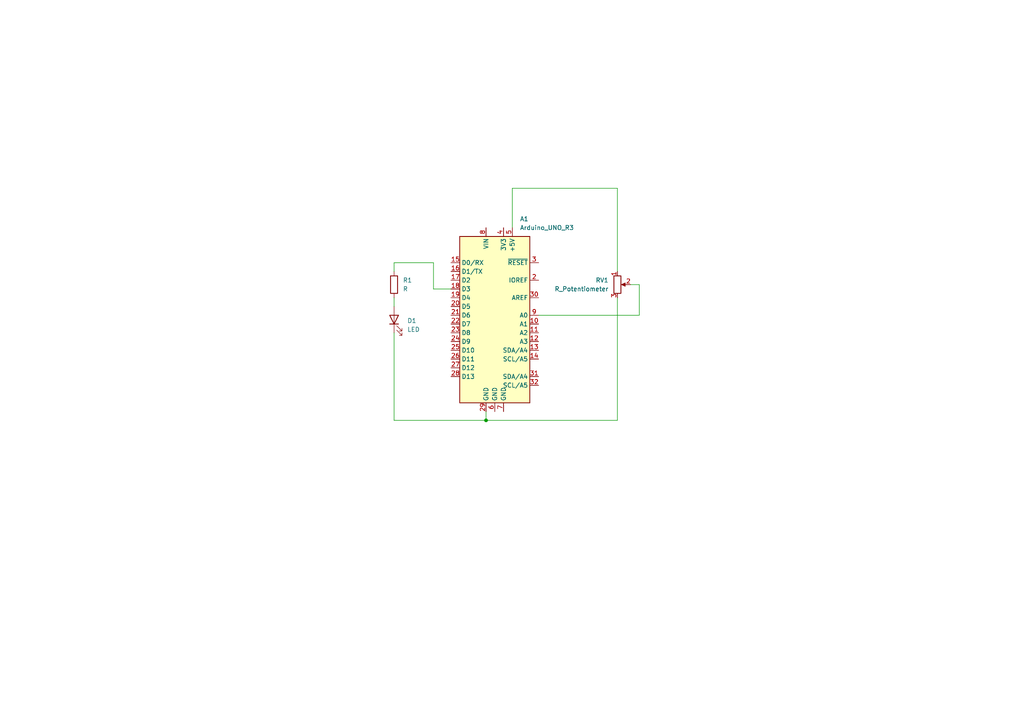
<source format=kicad_sch>
(kicad_sch (version 20231120) (generator "eeschema") (generator_version "8.0")
  (paper "A4")
  (lib_symbols
    (symbol "Device:LED" (pin_numbers hide) (pin_names (offset 1.016) hide)
      (property "Reference" "D" (at 0 2.54 0))
      (property "Value" "LED" (at 0 -2.54 0))
      (symbol "LED_0_1"
        (polyline (pts (xy -1.27 -1.27) (xy -1.27 1.27)) (stroke (width 0.254)))
        (polyline (pts (xy -1.27 0) (xy 1.27 0)))
        (polyline (pts (xy 1.27 -1.27) (xy 1.27 1.27) (xy -1.27 0) (xy 1.27 -1.27)) (stroke (width 0.254)))
        (polyline (pts (xy -3.048 -0.762) (xy -4.572 -2.286) (xy -3.81 -2.286) (xy -4.572 -2.286) (xy -4.572 -1.524)))
        (polyline (pts (xy -1.778 -0.762) (xy -3.302 -2.286) (xy -2.54 -2.286) (xy -3.302 -2.286) (xy -3.302 -1.524)))
      )
      (symbol "LED_1_1"
        (pin passive line (at -3.81 0 0) (length 2.54) (name "K") (number "1"))
        (pin passive line (at 3.81 0 180) (length 2.54) (name "A") (number "2"))
      )
    )
    (symbol "Device:R" (pin_numbers hide) (pin_names (offset 0))
      (property "Reference" "R" (at 2.032 0 90))
      (property "Value" "R" (at 0 0 90))
      (symbol "R_0_1"
        (rectangle (start -1.016 -2.54) (end 1.016 2.54) (stroke (width 0.254)))
      )
      (symbol "R_1_1"
        (pin passive line (at 0 3.81 270) (length 1.27) (name "~") (number "1"))
        (pin passive line (at 0 -3.81 90) (length 1.27) (name "~") (number "2"))
      )
    )
    (symbol "Device:R_Potentiometer" (pin_names (offset 1.016) hide)
      (property "Reference" "RV" (at -4.445 0 90))
      (property "Value" "R_Potentiometer" (at -2.54 0 90))
      (symbol "R_Potentiometer_0_1"
        (polyline (pts (xy 2.54 0) (xy 1.524 0)))
        (polyline (pts (xy 1.143 0) (xy 2.286 0.508) (xy 2.286 -0.508) (xy 1.143 0)) (fill (type outline)))
        (rectangle (start 1.016 2.54) (end -1.016 -2.54) (stroke (width 0.254)))
      )
      (symbol "R_Potentiometer_1_1"
        (pin passive line (at 0 3.81 270) (length 1.27) (name "1") (number "1"))
        (pin passive line (at 3.81 0 180) (length 1.27) (name "2") (number "2"))
        (pin passive line (at 0 -3.81 90) (length 1.27) (name "3") (number "3"))
      )
    )
    (symbol "MCU_Module:Arduino_UNO_R3"
      (property "Reference" "A" (at -10.16 23.495 0))
      (property "Value" "Arduino_UNO_R3" (at 5.08 -26.67 0))
      (symbol "Arduino_UNO_R3_0_1"
        (rectangle (start -10.16 22.86) (end 10.16 -25.4) (stroke (width 0.254)) (fill (type background)))
      )
      (symbol "Arduino_UNO_R3_1_1"
        (pin no_connect line (at -10.16 -20.32 0) (length 2.54) hide (name "NC") (number "1"))
        (pin bidirectional line (at 12.7 -2.54 180) (length 2.54) (name "A1") (number "10"))
        (pin bidirectional line (at 12.7 -5.08 180) (length 2.54) (name "A2") (number "11"))
        (pin bidirectional line (at 12.7 -7.62 180) (length 2.54) (name "A3") (number "12"))
        (pin bidirectional line (at 12.7 -10.16 180) (length 2.54) (name "SDA/A4") (number "13"))
        (pin bidirectional line (at 12.7 -12.7 180) (length 2.54) (name "SCL/A5") (number "14"))
        (pin bidirectional line (at -12.7 15.24 0) (length 2.54) (name "D0/RX") (number "15"))
        (pin bidirectional line (at -12.7 12.7 0) (length 2.54) (name "D1/TX") (number "16"))
        (pin bidirectional line (at -12.7 10.16 0) (length 2.54) (name "D2") (number "17"))
        (pin bidirectional line (at -12.7 7.62 0) (length 2.54) (name "D3") (number "18"))
        (pin bidirectional line (at -12.7 5.08 0) (length 2.54) (name "D4") (number "19"))
        (pin output line (at 12.7 10.16 180) (length 2.54) (name "IOREF") (number "2"))
        (pin bidirectional line (at -12.7 2.54 0) (length 2.54) (name "D5") (number "20"))
        (pin bidirectional line (at -12.7 0 0) (length 2.54) (name "D6") (number "21"))
        (pin bidirectional line (at -12.7 -2.54 0) (length 2.54) (name "D7") (number "22"))
        (pin bidirectional line (at -12.7 -5.08 0) (length 2.54) (name "D8") (number "23"))
        (pin bidirectional line (at -12.7 -7.62 0) (length 2.54) (name "D9") (number "24"))
        (pin bidirectional line (at -12.7 -10.16 0) (length 2.54) (name "D10") (number "25"))
        (pin bidirectional line (at -12.7 -12.7 0) (length 2.54) (name "D11") (number "26"))
        (pin bidirectional line (at -12.7 -15.24 0) (length 2.54) (name "D12") (number "27"))
        (pin bidirectional line (at -12.7 -17.78 0) (length 2.54) (name "D13") (number "28"))
        (pin power_in line (at -2.54 -27.94 90) (length 2.54) (name "GND") (number "29"))
        (pin input line (at 12.7 15.24 180) (length 2.54) (name "~{RESET}") (number "3"))
        (pin input line (at 12.7 5.08 180) (length 2.54) (name "AREF") (number "30"))
        (pin bidirectional line (at 12.7 -17.78 180) (length 2.54) (name "SDA/A4") (number "31"))
        (pin bidirectional line (at 12.7 -20.32 180) (length 2.54) (name "SCL/A5") (number "32"))
        (pin power_out line (at 2.54 25.4 270) (length 2.54) (name "3V3") (number "4"))
        (pin power_out line (at 5.08 25.4 270) (length 2.54) (name "+5V") (number "5"))
        (pin power_in line (at 0 -27.94 90) (length 2.54) (name "GND") (number "6"))
        (pin power_in line (at 2.54 -27.94 90) (length 2.54) (name "GND") (number "7"))
        (pin power_in line (at -2.54 25.4 270) (length 2.54) (name "VIN") (number "8"))
        (pin bidirectional line (at 12.7 0 180) (length 2.54) (name "A0") (number "9"))
      )
    )
  )
  (junction (at 140.97 121.92))
  (wire (pts (xy 114.3 76.2) (xy 114.3 78.74)))
  (wire (pts (xy 130.81 83.82) (xy 125.73 83.82)))
  (wire (pts (xy 148.59 66.04) (xy 148.59 54.61)))
  (wire (pts (xy 114.3 121.92) (xy 140.97 121.92)))
  (wire (pts (xy 179.07 54.61) (xy 179.07 78.74)))
  (wire (pts (xy 185.42 91.44) (xy 156.21 91.44)))
  (wire (pts (xy 185.42 82.55) (xy 185.42 91.44)))
  (wire (pts (xy 179.07 121.92) (xy 179.07 86.36)))
  (wire (pts (xy 125.73 76.2) (xy 114.3 76.2)))
  (wire (pts (xy 148.59 54.61) (xy 179.07 54.61)))
  (wire (pts (xy 114.3 86.36) (xy 114.3 88.9)))
  (wire (pts (xy 140.97 121.92) (xy 179.07 121.92)))
  (wire (pts (xy 182.88 82.55) (xy 185.42 82.55)))
  (wire (pts (xy 114.3 96.52) (xy 114.3 121.92)))
  (wire (pts (xy 140.97 119.38) (xy 140.97 121.92)))
  (wire (pts (xy 125.73 83.82) (xy 125.73 76.2)))
  (symbol (lib_id "Device:R") (at 114.3 82.55 0) (unit 1)
    (property "Reference" "R1" (at 116.84 81.2799 0) (effects (justify left)))
    (property "Value" "R" (at 116.84 83.8199 0) (effects (justify left)))
    (property "Description" "Resistor" (effects (hide yes)))
  )
  (symbol (lib_id "MCU_Module:Arduino_UNO_R3") (at 143.51 91.44 0) (unit 1)
    (property "Reference" "A1" (at 150.7841 63.5 0) (effects (justify left)))
    (property "Value" "Arduino_UNO_R3" (at 150.7841 66.04 0) (effects (justify left)))
    (property "Footprint" "Module:Arduino_UNO_R3" (effects (hide yes)))
    (property "Datasheet" "https://www.arduino.cc/en/Main/arduinoBoardUno" (effects (hide yes)))
    (property "Description" "Arduino UNO Microcontroller Module, release 3" (effects (hide yes)))
  )
  (symbol (lib_id "Device:R_Potentiometer") (at 179.07 82.55 0) (unit 1)
    (property "Reference" "RV1" (at 176.53 81.2799 0) (effects (justify right)))
    (property "Value" "R_Potentiometer" (at 176.53 83.8199 0) (effects (justify right)))
    (property "Description" "Potentiometer" (effects (hide yes)))
  )
  (symbol (lib_id "Device:LED") (at 114.3 92.71 90) (unit 1)
    (property "Reference" "D1" (at 118.11 93.0274 90) (effects (justify right)))
    (property "Value" "LED" (at 118.11 95.5674 90) (effects (justify right)))
    (property "Description" "Light emitting diode" (effects (hide yes)))
  )
)
</source>
